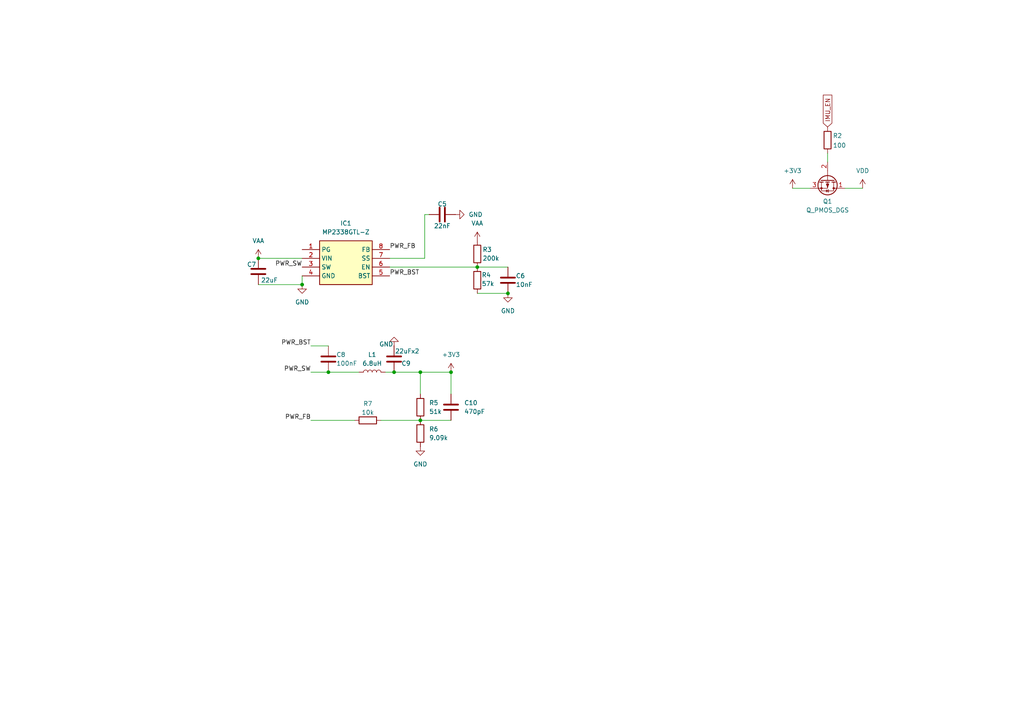
<source format=kicad_sch>
(kicad_sch (version 20250114) (generator "eeschema") (generator_version "9.0")
  (paper "A4")
  (lib_symbols
    (symbol "Device:C" (pin_numbers (hide yes)) (pin_names (offset 0.254))
      (property "Reference" "C" (at 0.635 2.54 0))
      (property "Value" "C" (at 0.635 -2.54 0))
      (symbol "C_0_1"
        (polyline (pts (xy -2.032 0.762) (xy 2.032 0.762)) (stroke (width 0.508)))
        (polyline (pts (xy -2.032 -0.762) (xy 2.032 -0.762)) (stroke (width 0.508)))
      )
      (symbol "C_1_1"
        (pin passive line (at 0 3.81 270) (length 2.794) (name "~") (number "1"))
        (pin passive line (at 0 -3.81 90) (length 2.794) (name "~") (number "2"))
      )
    )
    (symbol "Device:L" (pin_numbers (hide yes)) (pin_names (offset 1.016) (hide yes))
      (property "Reference" "L" (at -1.27 0 90))
      (property "Value" "L" (at 1.905 0 90))
      (symbol "L_0_1"
        (arc (start 0 2.54) (mid 0.6323 1.905) (end 0 1.27))
        (arc (start 0 1.27) (mid 0.6323 0.635) (end 0 0))
        (arc (start 0 0) (mid 0.6323 -0.635) (end 0 -1.27))
        (arc (start 0 -1.27) (mid 0.6323 -1.905) (end 0 -2.54))
      )
      (symbol "L_1_1"
        (pin passive line (at 0 3.81 270) (length 1.27) (name "1") (number "1"))
        (pin passive line (at 0 -3.81 90) (length 1.27) (name "2") (number "2"))
      )
    )
    (symbol "Device:R" (pin_numbers (hide yes)) (pin_names (offset 0))
      (property "Reference" "R" (at 2.032 0 90))
      (property "Value" "R" (at 0 0 90))
      (symbol "R_0_1"
        (rectangle (start -1.016 -2.54) (end 1.016 2.54) (stroke (width 0.254)))
      )
      (symbol "R_1_1"
        (pin passive line (at 0 3.81 270) (length 1.27) (name "~") (number "1"))
        (pin passive line (at 0 -3.81 90) (length 1.27) (name "~") (number "2"))
      )
    )
    (symbol "MP2338GTL-Z:MP2338GTL-Z"
      (property "Reference" "IC" (at 21.59 7.62 0))
      (property "Value" "MP2338GTL-Z" (at 21.59 5.08 0))
      (symbol "MP2338GTL-Z_1_1"
        (rectangle (start 5.08 2.54) (end 20.32 -10.16) (stroke (width 0.254)) (fill (type background)))
        (pin passive line (at 0 0 0) (length 5.08) (name "PG") (number "1"))
        (pin passive line (at 0 -2.54 0) (length 5.08) (name "VIN") (number "2"))
        (pin passive line (at 0 -5.08 0) (length 5.08) (name "SW") (number "3"))
        (pin passive line (at 0 -7.62 0) (length 5.08) (name "GND") (number "4"))
        (pin passive line (at 25.4 0 180) (length 5.08) (name "FB") (number "8"))
        (pin passive line (at 25.4 -2.54 180) (length 5.08) (name "SS") (number "7"))
        (pin passive line (at 25.4 -5.08 180) (length 5.08) (name "EN") (number "6"))
        (pin passive line (at 25.4 -7.62 180) (length 5.08) (name "BST") (number "5"))
      )
    )
    (symbol "Transistor_FET:Q_PMOS_DGS" (pin_names (offset 0) (hide yes))
      (property "Reference" "Q" (at 5.08 1.905 0))
      (property "Value" "Q_PMOS_DGS" (at 5.08 0 0))
      (symbol "Q_PMOS_DGS_0_1"
        (polyline (pts (xy 0.254 1.905) (xy 0.254 -1.905)) (stroke (width 0.254)))
        (polyline (pts (xy 0.254 0) (xy -2.54 0)))
        (polyline (pts (xy 0.762 2.286) (xy 0.762 1.27)) (stroke (width 0.254)))
        (polyline (pts (xy 0.762 1.778) (xy 3.302 1.778) (xy 3.302 -1.778) (xy 0.762 -1.778)))
        (polyline (pts (xy 0.762 0.508) (xy 0.762 -0.508)) (stroke (width 0.254)))
        (polyline (pts (xy 0.762 -1.27) (xy 0.762 -2.286)) (stroke (width 0.254)))
        (circle (center 1.651 0) (radius 2.794) (stroke (width 0.254)))
        (polyline (pts (xy 2.286 0) (xy 1.27 0.381) (xy 1.27 -0.381) (xy 2.286 0)) (fill (type outline)))
        (polyline (pts (xy 2.54 2.54) (xy 2.54 1.778)))
        (circle (center 2.54 1.778) (radius 0.254) (fill (type outline)))
        (circle (center 2.54 -1.778) (radius 0.254) (fill (type outline)))
        (polyline (pts (xy 2.54 -2.54) (xy 2.54 0) (xy 0.762 0)))
        (polyline (pts (xy 2.921 -0.381) (xy 3.683 -0.381)))
        (polyline (pts (xy 3.302 -0.381) (xy 2.921 0.254) (xy 3.683 0.254) (xy 3.302 -0.381)))
      )
      (symbol "Q_PMOS_DGS_1_1"
        (pin input line (at -5.08 0 0) (length 2.54) (name "G") (number "2"))
        (pin passive line (at 2.54 5.08 270) (length 2.54) (name "D") (number "1"))
        (pin passive line (at 2.54 -5.08 90) (length 2.54) (name "S") (number "3"))
      )
    )
    (symbol "power:+3V3" (power) (pin_numbers (hide yes)) (pin_names (offset 0) (hide yes))
      (property "Value" "+3V3" (at 0 3.556 0))
      (symbol "+3V3_0_1"
        (polyline (pts (xy -0.762 1.27) (xy 0 2.54)))
        (polyline (pts (xy 0 2.54) (xy 0.762 1.27)))
        (polyline (pts (xy 0 0) (xy 0 2.54)))
      )
      (symbol "+3V3_1_1"
        (pin power_in line (at 0 0 90) (length 0) (name "~") (number "1"))
      )
    )
    (symbol "power:GND" (power) (pin_numbers (hide yes)) (pin_names (offset 0) (hide yes))
      (property "Value" "GND" (at 0 -3.81 0))
      (symbol "GND_0_1"
        (polyline (pts (xy 0 0) (xy 0 -1.27) (xy 1.27 -1.27) (xy 0 -2.54) (xy -1.27 -1.27) (xy 0 -1.27)))
      )
      (symbol "GND_1_1"
        (pin power_in line (at 0 0 270) (length 0) (name "~") (number "1"))
      )
    )
    (symbol "power:VAA" (power) (pin_numbers (hide yes)) (pin_names (offset 0) (hide yes))
      (property "Value" "VAA" (at 0 3.556 0))
      (symbol "VAA_0_1"
        (polyline (pts (xy -0.762 1.27) (xy 0 2.54)))
        (polyline (pts (xy 0 2.54) (xy 0.762 1.27)))
        (polyline (pts (xy 0 0) (xy 0 2.54)))
      )
      (symbol "VAA_1_1"
        (pin power_in line (at 0 0 90) (length 0) (name "~") (number "1"))
      )
    )
    (symbol "power:VDD" (power) (pin_numbers (hide yes)) (pin_names (offset 0) (hide yes))
      (property "Value" "VDD" (at 0 3.556 0))
      (symbol "VDD_0_1"
        (polyline (pts (xy -0.762 1.27) (xy 0 2.54)))
        (polyline (pts (xy 0 2.54) (xy 0.762 1.27)))
        (polyline (pts (xy 0 0) (xy 0 2.54)))
      )
      (symbol "VDD_1_1"
        (pin power_in line (at 0 0 90) (length 0) (name "~") (number "1"))
      )
    )
  )
  (junction (at 130.81 107.95))
  (junction (at 114.3 107.95))
  (junction (at 138.43 77.47))
  (junction (at 147.32 85.09))
  (junction (at 121.92 121.92))
  (junction (at 95.25 107.95))
  (junction (at 121.92 107.95))
  (junction (at 87.63 82.55))
  (junction (at 74.93 74.93))
  (wire (pts (xy 121.92 107.95) (xy 130.81 107.95)))
  (wire (pts (xy 123.19 62.23) (xy 124.46 62.23)))
  (wire (pts (xy 90.17 107.95) (xy 95.25 107.95)))
  (wire (pts (xy 130.81 107.95) (xy 130.81 114.3)))
  (wire (pts (xy 74.93 82.55) (xy 87.63 82.55)))
  (wire (pts (xy 245.11 54.61) (xy 250.19 54.61)))
  (wire (pts (xy 113.03 77.47) (xy 138.43 77.47)))
  (wire (pts (xy 114.3 107.95) (xy 121.92 107.95)))
  (wire (pts (xy 113.03 74.93) (xy 123.19 74.93)))
  (wire (pts (xy 138.43 85.09) (xy 147.32 85.09)))
  (wire (pts (xy 123.19 62.23) (xy 123.19 74.93)))
  (wire (pts (xy 87.63 82.55) (xy 87.63 80.01)))
  (wire (pts (xy 121.92 107.95) (xy 121.92 114.3)))
  (wire (pts (xy 138.43 77.47) (xy 147.32 77.47)))
  (wire (pts (xy 90.17 100.33) (xy 95.25 100.33)))
  (wire (pts (xy 229.87 54.61) (xy 234.95 54.61)))
  (wire (pts (xy 240.03 44.45) (xy 240.03 46.99)))
  (wire (pts (xy 74.93 74.93) (xy 87.63 74.93)))
  (wire (pts (xy 110.49 121.92) (xy 121.92 121.92)))
  (wire (pts (xy 95.25 107.95) (xy 104.14 107.95)))
  (wire (pts (xy 90.17 121.92) (xy 102.87 121.92)))
  (wire (pts (xy 121.92 121.92) (xy 130.81 121.92)))
  (wire (pts (xy 111.76 107.95) (xy 114.3 107.95)))
  (label "PWR_BST" (at 90.17 100.33 180))
  (label "PWR_FB" (at 90.17 121.92 180))
  (label "PWR_FB" (at 113.03 72.39 0))
  (label "PWR_SW" (at 90.17 107.95 180))
  (label "PWR_BST" (at 113.03 80.01 0))
  (label "PWR_SW" (at 87.63 77.47 180))
  (global_label "IMU_EN" (shape input) (at 240.03 36.83 90) (property "Intersheetrefs" "${INTERSHEET_REFS}" (effects (hide yes))))
  (symbol (lib_id "power:GND") (at 147.32 85.09 0) (unit 1)
    (property "Reference" "#PWR025" (effects (hide yes)))
    (property "Value" "GND" (at 147.32 90.17 0))
    (property "Description" "Power symbol creates a global label with name \"GND\" , ground" (effects (hide yes)))
  )
  (symbol (lib_id "Device:C") (at 147.32 81.28 0) (unit 1)
    (property "Reference" "C6" (at 149.606 80.01 0) (effects (justify left)))
    (property "Value" "10nF" (at 149.606 82.55 0) (effects (justify left)))
    (property "Footprint" "Capacitor_SMD:C_0504_1310Metric_Pad0.83x1.28mm_HandSolder" (effects (hide yes)))
    (property "Description" "Unpolarized capacitor" (effects (hide yes)))
  )
  (symbol (lib_id "power:+3V3") (at 130.81 107.95 0) (unit 1)
    (property "Reference" "#PWR028" (effects (hide yes)))
    (property "Value" "+3V3" (at 130.81 102.87 0))
    (property "Description" "Power symbol creates a global label with name \"+3V3\"" (effects (hide yes)))
  )
  (symbol (lib_id "Device:C") (at 114.3 104.14 180) (unit 1)
    (property "Reference" "C9" (at 119.126 105.41 0) (effects (justify left)))
    (property "Value" "22uFx2" (at 121.666 101.854 0) (effects (justify left)))
    (property "Footprint" "Capacitor_SMD:C_0504_1310Metric_Pad0.83x1.28mm_HandSolder" (effects (hide yes)))
    (property "Description" "Unpolarized capacitor" (effects (hide yes)))
  )
  (symbol (lib_id "power:VDD") (at 250.19 54.61 0) (unit 1)
    (property "Reference" "#PWR020" (effects (hide yes)))
    (property "Value" "VDD" (at 250.19 49.53 0))
    (property "Description" "Power symbol creates a global label with name \"VDD\"" (effects (hide yes)))
  )
  (symbol (lib_id "Device:C") (at 74.93 78.74 0) (unit 1)
    (property "Reference" "C7" (at 71.628 76.708 0) (effects (justify left)))
    (property "Value" "22uF" (at 75.692 81.28 0) (effects (justify left)))
    (property "Footprint" "Capacitor_SMD:C_0504_1310Metric_Pad0.83x1.28mm_HandSolder" (effects (hide yes)))
    (property "Description" "Unpolarized capacitor" (effects (hide yes)))
  )
  (symbol (lib_id "Device:C") (at 130.81 118.11 0) (unit 1)
    (property "Reference" "C10" (at 134.62 116.8399 0) (effects (justify left)))
    (property "Value" "470pF" (at 134.62 119.3799 0) (effects (justify left)))
    (property "Footprint" "Capacitor_SMD:C_0504_1310Metric_Pad0.83x1.28mm_HandSolder" (effects (hide yes)))
    (property "Description" "Unpolarized capacitor" (effects (hide yes)))
  )
  (symbol (lib_id "power:VAA") (at 74.93 74.93 0) (unit 1)
    (property "Reference" "#PWR023" (effects (hide yes)))
    (property "Value" "VAA" (at 74.93 69.85 0))
    (property "Description" "Power symbol creates a global label with name \"VAA\"" (effects (hide yes)))
  )
  (symbol (lib_id "Device:R") (at 106.68 121.92 90) (unit 1)
    (property "Reference" "R7" (at 106.68 117.094 90))
    (property "Value" "10k" (at 106.68 119.634 90))
    (property "Footprint" "Resistor_SMD:R_0603_1608Metric_Pad0.98x0.95mm_HandSolder" (effects (hide yes)))
    (property "Description" "Resistor" (effects (hide yes)))
  )
  (symbol (lib_id "power:+3V3") (at 229.87 54.61 0) (unit 1)
    (property "Reference" "#PWR019" (effects (hide yes)))
    (property "Value" "+3V3" (at 229.87 49.53 0))
    (property "Description" "Power symbol creates a global label with name \"+3V3\"" (effects (hide yes)))
  )
  (symbol (lib_id "Transistor_FET:Q_PMOS_DGS") (at 240.03 52.07 270) (unit 1)
    (property "Reference" "Q1" (at 240.03 58.42 90))
    (property "Value" "Q_PMOS_DGS" (at 240.03 60.96 90))
    (property "Footprint" "Package_TO_SOT_SMD:SOT-23-3" (effects (hide yes)))
    (property "Description" "P-MOSFET transistor, drain/gate/source" (effects (hide yes)))
  )
  (symbol (lib_id "power:GND") (at 87.63 82.55 0) (unit 1)
    (property "Reference" "#PWR021" (effects (hide yes)))
    (property "Value" "GND" (at 87.63 87.63 0))
    (property "Description" "Power symbol creates a global label with name \"GND\" , ground" (effects (hide yes)))
  )
  (symbol (lib_id "Device:R") (at 121.92 125.73 0) (unit 1)
    (property "Reference" "R6" (at 124.46 124.4599 0) (effects (justify left)))
    (property "Value" "9.09k" (at 124.46 126.9999 0) (effects (justify left)))
    (property "Footprint" "Resistor_SMD:R_0603_1608Metric_Pad0.98x0.95mm_HandSolder" (effects (hide yes)))
    (property "Description" "Resistor" (effects (hide yes)))
  )
  (symbol (lib_id "Device:C") (at 128.27 62.23 90) (unit 1)
    (property "Reference" "C5" (at 128.27 59.182 90))
    (property "Value" "22nF" (at 128.27 65.532 90))
    (property "Footprint" "Capacitor_SMD:C_0504_1310Metric_Pad0.83x1.28mm_HandSolder" (effects (hide yes)))
    (property "Description" "Unpolarized capacitor" (effects (hide yes)))
  )
  (symbol (lib_id "power:GND") (at 114.3 100.33 180) (unit 1)
    (property "Reference" "#PWR026" (effects (hide yes)))
    (property "Value" "GND" (at 112.014 99.822 0))
    (property "Description" "Power symbol creates a global label with name \"GND\" , ground" (effects (hide yes)))
  )
  (symbol (lib_id "power:GND") (at 132.08 62.23 90) (unit 1)
    (property "Reference" "#PWR022" (effects (hide yes)))
    (property "Value" "GND" (at 135.89 62.2299 90) (effects (justify right)))
    (property "Description" "Power symbol creates a global label with name \"GND\" , ground" (effects (hide yes)))
  )
  (symbol (lib_id "power:GND") (at 121.92 129.54 0) (unit 1)
    (property "Reference" "#PWR027" (effects (hide yes)))
    (property "Value" "GND" (at 121.92 134.62 0))
    (property "Description" "Power symbol creates a global label with name \"GND\" , ground" (effects (hide yes)))
  )
  (symbol (lib_id "power:VAA") (at 138.43 69.85 0) (unit 1)
    (property "Reference" "#PWR024" (effects (hide yes)))
    (property "Value" "VAA" (at 138.43 64.77 0))
    (property "Description" "Power symbol creates a global label with name \"VAA\"" (effects (hide yes)))
  )
  (symbol (lib_id "Device:R") (at 138.43 73.66 0) (unit 1)
    (property "Reference" "R3" (at 139.954 72.39 0) (effects (justify left)))
    (property "Value" "200k" (at 139.954 74.93 0) (effects (justify left)))
    (property "Footprint" "Resistor_SMD:R_0603_1608Metric_Pad0.98x0.95mm_HandSolder" (effects (hide yes)))
    (property "Description" "Resistor" (effects (hide yes)))
  )
  (symbol (lib_id "Device:R") (at 138.43 81.28 0) (unit 1)
    (property "Reference" "R4" (at 139.7 79.756 0) (effects (justify left)))
    (property "Value" "57k" (at 139.7 82.296 0) (effects (justify left)))
    (property "Footprint" "Resistor_SMD:R_0603_1608Metric_Pad0.98x0.95mm_HandSolder" (effects (hide yes)))
    (property "Description" "Resistor" (effects (hide yes)))
  )
  (symbol (lib_id "Device:C") (at 95.25 104.14 0) (unit 1)
    (property "Reference" "C8" (at 97.536 102.87 0) (effects (justify left)))
    (property "Value" "100nF" (at 97.536 105.41 0) (effects (justify left)))
    (property "Footprint" "Capacitor_SMD:C_0504_1310Metric_Pad0.83x1.28mm_HandSolder" (effects (hide yes)))
    (property "Description" "Unpolarized capacitor" (effects (hide yes)))
  )
  (symbol (lib_id "MP2338GTL-Z:MP2338GTL-Z") (at 87.63 72.39 0) (unit 1)
    (property "Reference" "IC1" (at 100.33 64.77 0))
    (property "Value" "MP2338GTL-Z" (at 100.33 67.31 0))
    (property "Footprint" "KiCad:MP2338GTLZ" (effects (hide yes)))
    (property "Datasheet" "https://www.monolithicpower.com/en/documentview/productdocument/index/version/2/document_type/Datasheet/lang/en/sku/MP2338GTL/document_id/9461/" (effects (hide yes)))
    (property "Description" "Switching Voltage Regulators High-Efficiency,28V,3A,430kHz Synchronous Buck with PG and ext.SS In SOT583 Package" (effects (hide yes)))
    (property "Height" "0.6" (effects (hide yes)))
    (property "Manufacturer_Name" "Monolithic Power Systems (MPS)" (effects (hide yes)))
    (property "Manufacturer_Part_Number" "MP2338GTL-Z" (effects (hide yes)))
    (property "Mouser Part Number" "946-MP2338GTL-Z" (effects (hide yes)))
    (property "Mouser Price/Stock" "https://www.mouser.co.uk/ProductDetail/Monolithic-Power-Systems-MPS/MP2338GTL-Z?qs=Li%252BoUPsLEnuizxbD7Jo%252B7w%3D%3D" (effects (hide yes)))
  )
  (symbol (lib_id "Device:R") (at 121.92 118.11 0) (unit 1)
    (property "Reference" "R5" (at 124.46 116.8399 0) (effects (justify left)))
    (property "Value" "51k" (at 124.46 119.3799 0) (effects (justify left)))
    (property "Footprint" "Resistor_SMD:R_0603_1608Metric_Pad0.98x0.95mm_HandSolder" (effects (hide yes)))
    (property "Description" "Resistor" (effects (hide yes)))
  )
  (symbol (lib_id "Device:R") (at 240.03 40.64 0) (unit 1)
    (property "Reference" "R2" (at 241.554 39.37 0) (effects (justify left)))
    (property "Value" "100" (at 241.554 42.164 0) (effects (justify left)))
    (property "Footprint" "Resistor_SMD:R_0603_1608Metric_Pad0.98x0.95mm_HandSolder" (effects (hide yes)))
    (property "Description" "Resistor" (effects (hide yes)))
  )
  (symbol (lib_id "Device:L") (at 107.95 107.95 90) (unit 1)
    (property "Reference" "L1" (at 107.95 102.87 90))
    (property "Value" "6.8uH" (at 107.95 105.41 90))
    (property "Footprint" "Inductor_SMD:L_0805_2012Metric_Pad1.05x1.20mm_HandSolder" (effects (hide yes)))
    (property "Description" "Inductor" (effects (hide yes)))
  )
)
</source>
